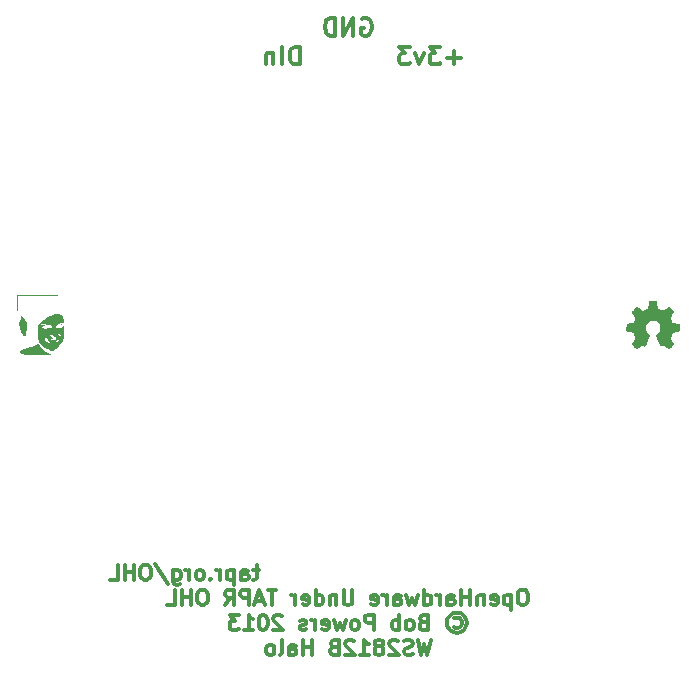
<source format=gbo>
G04 (created by PCBNEW (2013-mar-13)-testing) date Fri 11 Oct 2013 20:58:09 EST*
%MOIN*%
G04 Gerber Fmt 3.4, Leading zero omitted, Abs format*
%FSLAX34Y34*%
G01*
G70*
G90*
G04 APERTURE LIST*
%ADD10C,0.005906*%
%ADD11C,0.011811*%
%ADD12C,0.000100*%
G04 APERTURE END LIST*
G54D10*
G54D11*
X449Y10212D02*
X506Y10240D01*
X590Y10240D01*
X674Y10212D01*
X731Y10156D01*
X759Y10100D01*
X787Y9987D01*
X787Y9903D01*
X759Y9790D01*
X731Y9734D01*
X674Y9678D01*
X590Y9650D01*
X534Y9650D01*
X449Y9678D01*
X421Y9706D01*
X421Y9903D01*
X534Y9903D01*
X168Y9650D02*
X168Y10240D01*
X-168Y9650D01*
X-168Y10240D01*
X-449Y9650D02*
X-449Y10240D01*
X-590Y10240D01*
X-674Y10212D01*
X-731Y10156D01*
X-759Y10100D01*
X-787Y9987D01*
X-787Y9903D01*
X-759Y9790D01*
X-731Y9734D01*
X-674Y9678D01*
X-590Y9650D01*
X-449Y9650D01*
X3748Y8914D02*
X3298Y8914D01*
X3523Y8689D02*
X3523Y9139D01*
X3073Y9280D02*
X2708Y9280D01*
X2904Y9055D01*
X2820Y9055D01*
X2764Y9026D01*
X2736Y8998D01*
X2708Y8942D01*
X2708Y8802D01*
X2736Y8745D01*
X2764Y8717D01*
X2820Y8689D01*
X2989Y8689D01*
X3045Y8717D01*
X3073Y8745D01*
X2511Y9083D02*
X2370Y8689D01*
X2230Y9083D01*
X2061Y9280D02*
X1695Y9280D01*
X1892Y9055D01*
X1808Y9055D01*
X1751Y9026D01*
X1723Y8998D01*
X1695Y8942D01*
X1695Y8802D01*
X1723Y8745D01*
X1751Y8717D01*
X1808Y8689D01*
X1976Y8689D01*
X2033Y8717D01*
X2061Y8745D01*
X-1622Y8689D02*
X-1622Y9280D01*
X-1763Y9280D01*
X-1847Y9251D01*
X-1903Y9195D01*
X-1931Y9139D01*
X-1960Y9026D01*
X-1960Y8942D01*
X-1931Y8830D01*
X-1903Y8773D01*
X-1847Y8717D01*
X-1763Y8689D01*
X-1622Y8689D01*
X-2213Y8689D02*
X-2213Y9280D01*
X-2494Y9083D02*
X-2494Y8689D01*
X-2494Y9026D02*
X-2522Y9055D01*
X-2578Y9083D01*
X-2663Y9083D01*
X-2719Y9055D01*
X-2747Y8998D01*
X-2747Y8689D01*
X-2985Y-8158D02*
X-3180Y-8158D01*
X-3058Y-7987D02*
X-3058Y-8426D01*
X-3083Y-8474D01*
X-3131Y-8499D01*
X-3180Y-8499D01*
X-3570Y-8499D02*
X-3570Y-8231D01*
X-3546Y-8182D01*
X-3497Y-8158D01*
X-3399Y-8158D01*
X-3351Y-8182D01*
X-3570Y-8474D02*
X-3521Y-8499D01*
X-3399Y-8499D01*
X-3351Y-8474D01*
X-3326Y-8426D01*
X-3326Y-8377D01*
X-3351Y-8328D01*
X-3399Y-8304D01*
X-3521Y-8304D01*
X-3570Y-8279D01*
X-3814Y-8158D02*
X-3814Y-8669D01*
X-3814Y-8182D02*
X-3862Y-8158D01*
X-3960Y-8158D01*
X-4009Y-8182D01*
X-4033Y-8206D01*
X-4057Y-8255D01*
X-4057Y-8401D01*
X-4033Y-8450D01*
X-4009Y-8474D01*
X-3960Y-8499D01*
X-3862Y-8499D01*
X-3814Y-8474D01*
X-4277Y-8499D02*
X-4277Y-8158D01*
X-4277Y-8255D02*
X-4301Y-8206D01*
X-4326Y-8182D01*
X-4374Y-8158D01*
X-4423Y-8158D01*
X-4594Y-8450D02*
X-4618Y-8474D01*
X-4594Y-8499D01*
X-4569Y-8474D01*
X-4594Y-8450D01*
X-4594Y-8499D01*
X-4910Y-8499D02*
X-4862Y-8474D01*
X-4837Y-8450D01*
X-4813Y-8401D01*
X-4813Y-8255D01*
X-4837Y-8206D01*
X-4862Y-8182D01*
X-4910Y-8158D01*
X-4984Y-8158D01*
X-5032Y-8182D01*
X-5057Y-8206D01*
X-5081Y-8255D01*
X-5081Y-8401D01*
X-5057Y-8450D01*
X-5032Y-8474D01*
X-4984Y-8499D01*
X-4910Y-8499D01*
X-5300Y-8499D02*
X-5300Y-8158D01*
X-5300Y-8255D02*
X-5325Y-8206D01*
X-5349Y-8182D01*
X-5398Y-8158D01*
X-5447Y-8158D01*
X-5837Y-8158D02*
X-5837Y-8572D01*
X-5812Y-8621D01*
X-5788Y-8645D01*
X-5739Y-8669D01*
X-5666Y-8669D01*
X-5617Y-8645D01*
X-5837Y-8474D02*
X-5788Y-8499D01*
X-5690Y-8499D01*
X-5642Y-8474D01*
X-5617Y-8450D01*
X-5593Y-8401D01*
X-5593Y-8255D01*
X-5617Y-8206D01*
X-5642Y-8182D01*
X-5690Y-8158D01*
X-5788Y-8158D01*
X-5837Y-8182D01*
X-6446Y-7963D02*
X-6007Y-8621D01*
X-6714Y-7987D02*
X-6811Y-7987D01*
X-6860Y-8011D01*
X-6909Y-8060D01*
X-6933Y-8158D01*
X-6933Y-8328D01*
X-6909Y-8426D01*
X-6860Y-8474D01*
X-6811Y-8499D01*
X-6714Y-8499D01*
X-6665Y-8474D01*
X-6616Y-8426D01*
X-6592Y-8328D01*
X-6592Y-8158D01*
X-6616Y-8060D01*
X-6665Y-8011D01*
X-6714Y-7987D01*
X-7153Y-8499D02*
X-7153Y-7987D01*
X-7153Y-8231D02*
X-7445Y-8231D01*
X-7445Y-8499D02*
X-7445Y-7987D01*
X-7933Y-8499D02*
X-7689Y-8499D01*
X-7689Y-7987D01*
X5861Y-8822D02*
X5763Y-8822D01*
X5715Y-8846D01*
X5666Y-8895D01*
X5642Y-8992D01*
X5642Y-9163D01*
X5666Y-9260D01*
X5715Y-9309D01*
X5763Y-9333D01*
X5861Y-9333D01*
X5910Y-9309D01*
X5958Y-9260D01*
X5983Y-9163D01*
X5983Y-8992D01*
X5958Y-8895D01*
X5910Y-8846D01*
X5861Y-8822D01*
X5422Y-8992D02*
X5422Y-9504D01*
X5422Y-9017D02*
X5374Y-8992D01*
X5276Y-8992D01*
X5227Y-9017D01*
X5203Y-9041D01*
X5179Y-9090D01*
X5179Y-9236D01*
X5203Y-9285D01*
X5227Y-9309D01*
X5276Y-9333D01*
X5374Y-9333D01*
X5422Y-9309D01*
X4764Y-9309D02*
X4813Y-9333D01*
X4910Y-9333D01*
X4959Y-9309D01*
X4984Y-9260D01*
X4984Y-9065D01*
X4959Y-9017D01*
X4910Y-8992D01*
X4813Y-8992D01*
X4764Y-9017D01*
X4740Y-9065D01*
X4740Y-9114D01*
X4984Y-9163D01*
X4520Y-8992D02*
X4520Y-9333D01*
X4520Y-9041D02*
X4496Y-9017D01*
X4447Y-8992D01*
X4374Y-8992D01*
X4326Y-9017D01*
X4301Y-9065D01*
X4301Y-9333D01*
X4057Y-9333D02*
X4057Y-8822D01*
X4057Y-9065D02*
X3765Y-9065D01*
X3765Y-9333D02*
X3765Y-8822D01*
X3302Y-9333D02*
X3302Y-9065D01*
X3326Y-9017D01*
X3375Y-8992D01*
X3473Y-8992D01*
X3521Y-9017D01*
X3302Y-9309D02*
X3351Y-9333D01*
X3473Y-9333D01*
X3521Y-9309D01*
X3546Y-9260D01*
X3546Y-9212D01*
X3521Y-9163D01*
X3473Y-9138D01*
X3351Y-9138D01*
X3302Y-9114D01*
X3058Y-9333D02*
X3058Y-8992D01*
X3058Y-9090D02*
X3034Y-9041D01*
X3009Y-9017D01*
X2961Y-8992D01*
X2912Y-8992D01*
X2522Y-9333D02*
X2522Y-8822D01*
X2522Y-9309D02*
X2571Y-9333D01*
X2668Y-9333D01*
X2717Y-9309D01*
X2741Y-9285D01*
X2766Y-9236D01*
X2766Y-9090D01*
X2741Y-9041D01*
X2717Y-9017D01*
X2668Y-8992D01*
X2571Y-8992D01*
X2522Y-9017D01*
X2327Y-8992D02*
X2230Y-9333D01*
X2132Y-9090D01*
X2035Y-9333D01*
X1937Y-8992D01*
X1523Y-9333D02*
X1523Y-9065D01*
X1547Y-9017D01*
X1596Y-8992D01*
X1693Y-8992D01*
X1742Y-9017D01*
X1523Y-9309D02*
X1571Y-9333D01*
X1693Y-9333D01*
X1742Y-9309D01*
X1766Y-9260D01*
X1766Y-9212D01*
X1742Y-9163D01*
X1693Y-9138D01*
X1571Y-9138D01*
X1523Y-9114D01*
X1279Y-9333D02*
X1279Y-8992D01*
X1279Y-9090D02*
X1255Y-9041D01*
X1230Y-9017D01*
X1182Y-8992D01*
X1133Y-8992D01*
X767Y-9309D02*
X816Y-9333D01*
X913Y-9333D01*
X962Y-9309D01*
X987Y-9260D01*
X987Y-9065D01*
X962Y-9017D01*
X913Y-8992D01*
X816Y-8992D01*
X767Y-9017D01*
X743Y-9065D01*
X743Y-9114D01*
X987Y-9163D01*
X134Y-8822D02*
X134Y-9236D01*
X109Y-9285D01*
X85Y-9309D01*
X36Y-9333D01*
X-60Y-9333D01*
X-109Y-9309D01*
X-134Y-9285D01*
X-158Y-9236D01*
X-158Y-8822D01*
X-402Y-8992D02*
X-402Y-9333D01*
X-402Y-9041D02*
X-426Y-9017D01*
X-475Y-8992D01*
X-548Y-8992D01*
X-597Y-9017D01*
X-621Y-9065D01*
X-621Y-9333D01*
X-1084Y-9333D02*
X-1084Y-8822D01*
X-1084Y-9309D02*
X-1035Y-9333D01*
X-938Y-9333D01*
X-889Y-9309D01*
X-865Y-9285D01*
X-840Y-9236D01*
X-840Y-9090D01*
X-865Y-9041D01*
X-889Y-9017D01*
X-938Y-8992D01*
X-1035Y-8992D01*
X-1084Y-9017D01*
X-1523Y-9309D02*
X-1474Y-9333D01*
X-1377Y-9333D01*
X-1328Y-9309D01*
X-1303Y-9260D01*
X-1303Y-9065D01*
X-1328Y-9017D01*
X-1377Y-8992D01*
X-1474Y-8992D01*
X-1523Y-9017D01*
X-1547Y-9065D01*
X-1547Y-9114D01*
X-1303Y-9163D01*
X-1766Y-9333D02*
X-1766Y-8992D01*
X-1766Y-9090D02*
X-1791Y-9041D01*
X-1815Y-9017D01*
X-1864Y-8992D01*
X-1913Y-8992D01*
X-2400Y-8822D02*
X-2693Y-8822D01*
X-2546Y-9333D02*
X-2546Y-8822D01*
X-2839Y-9187D02*
X-3083Y-9187D01*
X-2790Y-9333D02*
X-2961Y-8822D01*
X-3131Y-9333D01*
X-3302Y-9333D02*
X-3302Y-8822D01*
X-3497Y-8822D01*
X-3546Y-8846D01*
X-3570Y-8870D01*
X-3594Y-8919D01*
X-3594Y-8992D01*
X-3570Y-9041D01*
X-3546Y-9065D01*
X-3497Y-9090D01*
X-3302Y-9090D01*
X-4106Y-9333D02*
X-3936Y-9090D01*
X-3814Y-9333D02*
X-3814Y-8822D01*
X-4009Y-8822D01*
X-4057Y-8846D01*
X-4082Y-8870D01*
X-4106Y-8919D01*
X-4106Y-8992D01*
X-4082Y-9041D01*
X-4057Y-9065D01*
X-4009Y-9090D01*
X-3814Y-9090D01*
X-4813Y-8822D02*
X-4910Y-8822D01*
X-4959Y-8846D01*
X-5008Y-8895D01*
X-5032Y-8992D01*
X-5032Y-9163D01*
X-5008Y-9260D01*
X-4959Y-9309D01*
X-4910Y-9333D01*
X-4813Y-9333D01*
X-4764Y-9309D01*
X-4715Y-9260D01*
X-4691Y-9163D01*
X-4691Y-8992D01*
X-4715Y-8895D01*
X-4764Y-8846D01*
X-4813Y-8822D01*
X-5252Y-9333D02*
X-5252Y-8822D01*
X-5252Y-9065D02*
X-5544Y-9065D01*
X-5544Y-9333D02*
X-5544Y-8822D01*
X-6032Y-9333D02*
X-5788Y-9333D01*
X-5788Y-8822D01*
X3521Y-9778D02*
X3570Y-9754D01*
X3667Y-9754D01*
X3716Y-9778D01*
X3765Y-9827D01*
X3789Y-9876D01*
X3789Y-9973D01*
X3765Y-10022D01*
X3716Y-10071D01*
X3667Y-10095D01*
X3570Y-10095D01*
X3521Y-10071D01*
X3619Y-9583D02*
X3741Y-9607D01*
X3862Y-9681D01*
X3936Y-9802D01*
X3960Y-9924D01*
X3936Y-10046D01*
X3862Y-10168D01*
X3741Y-10241D01*
X3619Y-10266D01*
X3497Y-10241D01*
X3375Y-10168D01*
X3302Y-10046D01*
X3278Y-9924D01*
X3302Y-9802D01*
X3375Y-9681D01*
X3497Y-9607D01*
X3619Y-9583D01*
X2498Y-9900D02*
X2425Y-9924D01*
X2400Y-9949D01*
X2376Y-9997D01*
X2376Y-10071D01*
X2400Y-10119D01*
X2425Y-10144D01*
X2473Y-10168D01*
X2668Y-10168D01*
X2668Y-9656D01*
X2498Y-9656D01*
X2449Y-9681D01*
X2425Y-9705D01*
X2400Y-9754D01*
X2400Y-9802D01*
X2425Y-9851D01*
X2449Y-9876D01*
X2498Y-9900D01*
X2668Y-9900D01*
X2083Y-10168D02*
X2132Y-10144D01*
X2156Y-10119D01*
X2181Y-10071D01*
X2181Y-9924D01*
X2156Y-9876D01*
X2132Y-9851D01*
X2083Y-9827D01*
X2010Y-9827D01*
X1961Y-9851D01*
X1937Y-9876D01*
X1913Y-9924D01*
X1913Y-10071D01*
X1937Y-10119D01*
X1961Y-10144D01*
X2010Y-10168D01*
X2083Y-10168D01*
X1693Y-10168D02*
X1693Y-9656D01*
X1693Y-9851D02*
X1645Y-9827D01*
X1547Y-9827D01*
X1498Y-9851D01*
X1474Y-9876D01*
X1450Y-9924D01*
X1450Y-10071D01*
X1474Y-10119D01*
X1498Y-10144D01*
X1547Y-10168D01*
X1645Y-10168D01*
X1693Y-10144D01*
X840Y-10168D02*
X840Y-9656D01*
X645Y-9656D01*
X597Y-9681D01*
X572Y-9705D01*
X548Y-9754D01*
X548Y-9827D01*
X572Y-9876D01*
X597Y-9900D01*
X645Y-9924D01*
X840Y-9924D01*
X255Y-10168D02*
X304Y-10144D01*
X329Y-10119D01*
X353Y-10071D01*
X353Y-9924D01*
X329Y-9876D01*
X304Y-9851D01*
X255Y-9827D01*
X182Y-9827D01*
X134Y-9851D01*
X109Y-9876D01*
X85Y-9924D01*
X85Y-10071D01*
X109Y-10119D01*
X134Y-10144D01*
X182Y-10168D01*
X255Y-10168D01*
X-85Y-9827D02*
X-182Y-10168D01*
X-280Y-9924D01*
X-377Y-10168D01*
X-475Y-9827D01*
X-865Y-10144D02*
X-816Y-10168D01*
X-718Y-10168D01*
X-670Y-10144D01*
X-645Y-10095D01*
X-645Y-9900D01*
X-670Y-9851D01*
X-718Y-9827D01*
X-816Y-9827D01*
X-865Y-9851D01*
X-889Y-9900D01*
X-889Y-9949D01*
X-645Y-9997D01*
X-1108Y-10168D02*
X-1108Y-9827D01*
X-1108Y-9924D02*
X-1133Y-9876D01*
X-1157Y-9851D01*
X-1206Y-9827D01*
X-1255Y-9827D01*
X-1401Y-10144D02*
X-1450Y-10168D01*
X-1547Y-10168D01*
X-1596Y-10144D01*
X-1620Y-10095D01*
X-1620Y-10071D01*
X-1596Y-10022D01*
X-1547Y-9997D01*
X-1474Y-9997D01*
X-1425Y-9973D01*
X-1401Y-9924D01*
X-1401Y-9900D01*
X-1425Y-9851D01*
X-1474Y-9827D01*
X-1547Y-9827D01*
X-1596Y-9851D01*
X-2205Y-9705D02*
X-2230Y-9681D01*
X-2278Y-9656D01*
X-2400Y-9656D01*
X-2449Y-9681D01*
X-2473Y-9705D01*
X-2498Y-9754D01*
X-2498Y-9802D01*
X-2473Y-9876D01*
X-2181Y-10168D01*
X-2498Y-10168D01*
X-2814Y-9656D02*
X-2863Y-9656D01*
X-2912Y-9681D01*
X-2936Y-9705D01*
X-2961Y-9754D01*
X-2985Y-9851D01*
X-2985Y-9973D01*
X-2961Y-10071D01*
X-2936Y-10119D01*
X-2912Y-10144D01*
X-2863Y-10168D01*
X-2814Y-10168D01*
X-2766Y-10144D01*
X-2741Y-10119D01*
X-2717Y-10071D01*
X-2693Y-9973D01*
X-2693Y-9851D01*
X-2717Y-9754D01*
X-2741Y-9705D01*
X-2766Y-9681D01*
X-2814Y-9656D01*
X-3473Y-10168D02*
X-3180Y-10168D01*
X-3326Y-10168D02*
X-3326Y-9656D01*
X-3278Y-9729D01*
X-3229Y-9778D01*
X-3180Y-9802D01*
X-3643Y-9656D02*
X-3960Y-9656D01*
X-3789Y-9851D01*
X-3862Y-9851D01*
X-3911Y-9876D01*
X-3936Y-9900D01*
X-3960Y-9949D01*
X-3960Y-10071D01*
X-3936Y-10119D01*
X-3911Y-10144D01*
X-3862Y-10168D01*
X-3716Y-10168D01*
X-3667Y-10144D01*
X-3643Y-10119D01*
X2754Y-10491D02*
X2632Y-11003D01*
X2534Y-10637D01*
X2437Y-11003D01*
X2315Y-10491D01*
X2144Y-10978D02*
X2071Y-11003D01*
X1949Y-11003D01*
X1901Y-10978D01*
X1876Y-10954D01*
X1852Y-10905D01*
X1852Y-10856D01*
X1876Y-10808D01*
X1901Y-10783D01*
X1949Y-10759D01*
X2047Y-10735D01*
X2095Y-10710D01*
X2120Y-10686D01*
X2144Y-10637D01*
X2144Y-10588D01*
X2120Y-10540D01*
X2095Y-10515D01*
X2047Y-10491D01*
X1925Y-10491D01*
X1852Y-10515D01*
X1657Y-10540D02*
X1632Y-10515D01*
X1584Y-10491D01*
X1462Y-10491D01*
X1413Y-10515D01*
X1389Y-10540D01*
X1364Y-10588D01*
X1364Y-10637D01*
X1389Y-10710D01*
X1681Y-11003D01*
X1364Y-11003D01*
X1072Y-10710D02*
X1121Y-10686D01*
X1145Y-10661D01*
X1169Y-10613D01*
X1169Y-10588D01*
X1145Y-10540D01*
X1121Y-10515D01*
X1072Y-10491D01*
X974Y-10491D01*
X926Y-10515D01*
X901Y-10540D01*
X877Y-10588D01*
X877Y-10613D01*
X901Y-10661D01*
X926Y-10686D01*
X974Y-10710D01*
X1072Y-10710D01*
X1121Y-10735D01*
X1145Y-10759D01*
X1169Y-10808D01*
X1169Y-10905D01*
X1145Y-10954D01*
X1121Y-10978D01*
X1072Y-11003D01*
X974Y-11003D01*
X926Y-10978D01*
X901Y-10954D01*
X877Y-10905D01*
X877Y-10808D01*
X901Y-10759D01*
X926Y-10735D01*
X974Y-10710D01*
X389Y-11003D02*
X682Y-11003D01*
X536Y-11003D02*
X536Y-10491D01*
X584Y-10564D01*
X633Y-10613D01*
X682Y-10637D01*
X194Y-10540D02*
X170Y-10515D01*
X121Y-10491D01*
X0Y-10491D01*
X-48Y-10515D01*
X-73Y-10540D01*
X-97Y-10588D01*
X-97Y-10637D01*
X-73Y-10710D01*
X219Y-11003D01*
X-97Y-11003D01*
X-487Y-10735D02*
X-560Y-10759D01*
X-584Y-10783D01*
X-609Y-10832D01*
X-609Y-10905D01*
X-584Y-10954D01*
X-560Y-10978D01*
X-511Y-11003D01*
X-316Y-11003D01*
X-316Y-10491D01*
X-487Y-10491D01*
X-536Y-10515D01*
X-560Y-10540D01*
X-584Y-10588D01*
X-584Y-10637D01*
X-560Y-10686D01*
X-536Y-10710D01*
X-487Y-10735D01*
X-316Y-10735D01*
X-1218Y-11003D02*
X-1218Y-10491D01*
X-1218Y-10735D02*
X-1511Y-10735D01*
X-1511Y-11003D02*
X-1511Y-10491D01*
X-1974Y-11003D02*
X-1974Y-10735D01*
X-1949Y-10686D01*
X-1901Y-10661D01*
X-1803Y-10661D01*
X-1754Y-10686D01*
X-1974Y-10978D02*
X-1925Y-11003D01*
X-1803Y-11003D01*
X-1754Y-10978D01*
X-1730Y-10930D01*
X-1730Y-10881D01*
X-1754Y-10832D01*
X-1803Y-10808D01*
X-1925Y-10808D01*
X-1974Y-10783D01*
X-2290Y-11003D02*
X-2242Y-10978D01*
X-2217Y-10930D01*
X-2217Y-10491D01*
X-2559Y-11003D02*
X-2510Y-10978D01*
X-2485Y-10954D01*
X-2461Y-10905D01*
X-2461Y-10759D01*
X-2485Y-10710D01*
X-2510Y-10686D01*
X-2559Y-10661D01*
X-2632Y-10661D01*
X-2680Y-10686D01*
X-2705Y-10710D01*
X-2729Y-10759D01*
X-2729Y-10905D01*
X-2705Y-10954D01*
X-2680Y-10978D01*
X-2632Y-11003D01*
X-2559Y-11003D01*
G54D12*
G36*
X9620Y-795D02*
X9630Y-791D01*
X9650Y-777D01*
X9680Y-758D01*
X9715Y-735D01*
X9750Y-711D01*
X9779Y-692D01*
X9799Y-679D01*
X9807Y-674D01*
X9812Y-676D01*
X9829Y-684D01*
X9853Y-696D01*
X9867Y-704D01*
X9889Y-713D01*
X9900Y-715D01*
X9902Y-712D01*
X9910Y-695D01*
X9923Y-666D01*
X9940Y-628D01*
X9959Y-583D01*
X9979Y-534D01*
X10000Y-485D01*
X10019Y-438D01*
X10037Y-395D01*
X10051Y-361D01*
X10060Y-337D01*
X10063Y-326D01*
X10062Y-324D01*
X10051Y-313D01*
X10032Y-299D01*
X9990Y-265D01*
X9948Y-213D01*
X9923Y-155D01*
X9915Y-89D01*
X9922Y-29D01*
X9946Y29D01*
X9986Y81D01*
X10035Y120D01*
X10093Y144D01*
X10157Y152D01*
X10218Y145D01*
X10278Y122D01*
X10330Y82D01*
X10352Y57D01*
X10382Y4D01*
X10400Y-52D01*
X10402Y-67D01*
X10399Y-129D01*
X10381Y-189D01*
X10348Y-242D01*
X10302Y-286D01*
X10297Y-290D01*
X10275Y-306D01*
X10261Y-317D01*
X10250Y-326D01*
X10329Y-516D01*
X10342Y-547D01*
X10364Y-599D01*
X10383Y-644D01*
X10398Y-679D01*
X10409Y-703D01*
X10413Y-713D01*
X10414Y-713D01*
X10421Y-715D01*
X10435Y-709D01*
X10462Y-696D01*
X10480Y-687D01*
X10500Y-678D01*
X10509Y-674D01*
X10517Y-678D01*
X10536Y-691D01*
X10564Y-710D01*
X10599Y-733D01*
X10631Y-755D01*
X10661Y-775D01*
X10683Y-789D01*
X10693Y-794D01*
X10695Y-794D01*
X10704Y-789D01*
X10721Y-775D01*
X10747Y-750D01*
X10784Y-714D01*
X10790Y-708D01*
X10820Y-678D01*
X10844Y-652D01*
X10861Y-634D01*
X10867Y-625D01*
X10867Y-625D01*
X10861Y-615D01*
X10848Y-593D01*
X10828Y-563D01*
X10804Y-527D01*
X10741Y-436D01*
X10775Y-349D01*
X10786Y-323D01*
X10799Y-290D01*
X10810Y-267D01*
X10815Y-257D01*
X10824Y-254D01*
X10848Y-248D01*
X10882Y-241D01*
X10923Y-234D01*
X10962Y-226D01*
X10997Y-220D01*
X11023Y-215D01*
X11034Y-213D01*
X11037Y-211D01*
X11039Y-205D01*
X11041Y-193D01*
X11042Y-172D01*
X11042Y-138D01*
X11042Y-89D01*
X11042Y-84D01*
X11042Y-37D01*
X11041Y0D01*
X11040Y23D01*
X11038Y33D01*
X11038Y33D01*
X11027Y36D01*
X11002Y41D01*
X10967Y48D01*
X10925Y56D01*
X10922Y56D01*
X10880Y65D01*
X10845Y72D01*
X10821Y77D01*
X10810Y81D01*
X10808Y84D01*
X10800Y100D01*
X10788Y126D01*
X10774Y158D01*
X10760Y191D01*
X10748Y220D01*
X10740Y242D01*
X10738Y252D01*
X10738Y253D01*
X10744Y263D01*
X10759Y284D01*
X10779Y314D01*
X10803Y350D01*
X10805Y353D01*
X10829Y388D01*
X10849Y418D01*
X10862Y440D01*
X10867Y449D01*
X10867Y450D01*
X10859Y460D01*
X10841Y480D01*
X10815Y507D01*
X10784Y539D01*
X10774Y548D01*
X10740Y582D01*
X10716Y604D01*
X10701Y616D01*
X10694Y618D01*
X10693Y618D01*
X10683Y612D01*
X10660Y597D01*
X10630Y577D01*
X10594Y552D01*
X10592Y550D01*
X10556Y526D01*
X10527Y506D01*
X10506Y493D01*
X10497Y487D01*
X10495Y487D01*
X10481Y491D01*
X10455Y500D01*
X10424Y512D01*
X10392Y525D01*
X10362Y538D01*
X10340Y548D01*
X10329Y554D01*
X10329Y554D01*
X10325Y567D01*
X10319Y594D01*
X10311Y630D01*
X10303Y673D01*
X10302Y680D01*
X10294Y723D01*
X10287Y758D01*
X10282Y782D01*
X10280Y792D01*
X10274Y793D01*
X10253Y794D01*
X10222Y795D01*
X10183Y796D01*
X10144Y795D01*
X10105Y795D01*
X10071Y793D01*
X10047Y792D01*
X10037Y790D01*
X10037Y789D01*
X10033Y776D01*
X10028Y750D01*
X10020Y713D01*
X10012Y669D01*
X10010Y662D01*
X10002Y620D01*
X9995Y585D01*
X9990Y561D01*
X9988Y552D01*
X9984Y550D01*
X9966Y542D01*
X9938Y531D01*
X9903Y517D01*
X9822Y484D01*
X9723Y552D01*
X9714Y558D01*
X9678Y582D01*
X9648Y602D01*
X9628Y615D01*
X9620Y620D01*
X9619Y620D01*
X9609Y611D01*
X9589Y593D01*
X9562Y566D01*
X9531Y535D01*
X9508Y512D01*
X9480Y484D01*
X9463Y465D01*
X9454Y453D01*
X9450Y446D01*
X9451Y441D01*
X9457Y431D01*
X9472Y409D01*
X9493Y379D01*
X9517Y344D01*
X9537Y314D01*
X9558Y281D01*
X9572Y257D01*
X9577Y246D01*
X9576Y241D01*
X9569Y221D01*
X9557Y192D01*
X9542Y157D01*
X9508Y78D01*
X9456Y68D01*
X9425Y62D01*
X9381Y54D01*
X9339Y46D01*
X9274Y33D01*
X9272Y-206D01*
X9282Y-211D01*
X9291Y-213D01*
X9316Y-219D01*
X9350Y-226D01*
X9391Y-233D01*
X9426Y-240D01*
X9461Y-246D01*
X9486Y-251D01*
X9497Y-254D01*
X9500Y-257D01*
X9508Y-274D01*
X9521Y-301D01*
X9535Y-334D01*
X9549Y-367D01*
X9561Y-398D01*
X9570Y-422D01*
X9573Y-434D01*
X9568Y-443D01*
X9555Y-464D01*
X9536Y-493D01*
X9512Y-528D01*
X9488Y-563D01*
X9468Y-593D01*
X9454Y-614D01*
X9448Y-624D01*
X9451Y-630D01*
X9465Y-647D01*
X9491Y-674D01*
X9530Y-713D01*
X9537Y-719D01*
X9568Y-749D01*
X9594Y-773D01*
X9612Y-789D01*
X9620Y-795D01*
X9620Y-795D01*
G37*
G36*
X-9207Y985D02*
X-10115Y976D01*
X-11023Y966D01*
X-11033Y-25D01*
X-11042Y-1016D01*
X-11050Y-8D01*
X-11057Y1000D01*
X-10132Y993D01*
X-9207Y985D01*
X-9207Y985D01*
X-9207Y985D01*
G37*
G36*
X-9924Y-966D02*
X-9956Y-980D01*
X-10049Y-991D01*
X-10195Y-997D01*
X-10386Y-1000D01*
X-10572Y-999D01*
X-10703Y-995D01*
X-10791Y-988D01*
X-10848Y-975D01*
X-10885Y-954D01*
X-10907Y-933D01*
X-10940Y-892D01*
X-10937Y-864D01*
X-10890Y-833D01*
X-10816Y-800D01*
X-10702Y-757D01*
X-10591Y-727D01*
X-10557Y-721D01*
X-10473Y-698D01*
X-10420Y-657D01*
X-10419Y-656D01*
X-10373Y-622D01*
X-10320Y-630D01*
X-10291Y-673D01*
X-10291Y-678D01*
X-10265Y-719D01*
X-10202Y-776D01*
X-10174Y-795D01*
X-10102Y-851D01*
X-10061Y-894D01*
X-10057Y-904D01*
X-10030Y-927D01*
X-9991Y-933D01*
X-9937Y-947D01*
X-9924Y-966D01*
X-9924Y-966D01*
X-9924Y-966D01*
G37*
G36*
X-9465Y-167D02*
X-9475Y-323D01*
X-9492Y-422D01*
X-9492Y19D01*
X-9492Y76D01*
X-9516Y100D01*
X-9567Y83D01*
X-9639Y40D01*
X-9709Y-11D01*
X-9753Y-54D01*
X-9757Y-66D01*
X-9729Y-90D01*
X-9661Y-99D01*
X-9580Y-90D01*
X-9544Y-79D01*
X-9510Y-43D01*
X-9492Y19D01*
X-9492Y-422D01*
X-9498Y-457D01*
X-9526Y-535D01*
X-9562Y-592D01*
X-9562Y-378D01*
X-9580Y-331D01*
X-9632Y-296D01*
X-9683Y-271D01*
X-9685Y-281D01*
X-9644Y-328D01*
X-9610Y-378D01*
X-9617Y-399D01*
X-9618Y-400D01*
X-9658Y-426D01*
X-9703Y-492D01*
X-9707Y-499D01*
X-9735Y-557D01*
X-9735Y-450D01*
X-9756Y-405D01*
X-9775Y-400D01*
X-9819Y-373D01*
X-9844Y-334D01*
X-9880Y-289D01*
X-9882Y-289D01*
X-9882Y-64D01*
X-9889Y-37D01*
X-9932Y-9D01*
X-10011Y13D01*
X-10105Y27D01*
X-10190Y31D01*
X-10247Y22D01*
X-10257Y9D01*
X-10229Y-10D01*
X-10166Y-11D01*
X-10074Y2D01*
X-10157Y-36D01*
X-10214Y-64D01*
X-10212Y-83D01*
X-10174Y-101D01*
X-10100Y-127D01*
X-10064Y-121D01*
X-10046Y-91D01*
X-10022Y-68D01*
X-10002Y-87D01*
X-9957Y-111D01*
X-9908Y-99D01*
X-9882Y-64D01*
X-9882Y-289D01*
X-9924Y-301D01*
X-9951Y-330D01*
X-9930Y-365D01*
X-9892Y-397D01*
X-9810Y-460D01*
X-9909Y-475D01*
X-9959Y-484D01*
X-9951Y-490D01*
X-9880Y-494D01*
X-9871Y-495D01*
X-9779Y-491D01*
X-9739Y-468D01*
X-9735Y-450D01*
X-9735Y-557D01*
X-9738Y-564D01*
X-9736Y-585D01*
X-9708Y-578D01*
X-9663Y-539D01*
X-9657Y-517D01*
X-9634Y-461D01*
X-9607Y-433D01*
X-9562Y-378D01*
X-9562Y-592D01*
X-9631Y-704D01*
X-9743Y-812D01*
X-9860Y-856D01*
X-9905Y-849D01*
X-9905Y-587D01*
X-9944Y-561D01*
X-9949Y-559D01*
X-10007Y-515D01*
X-10024Y-478D01*
X-10051Y-438D01*
X-10074Y-433D01*
X-10119Y-444D01*
X-10124Y-454D01*
X-10098Y-497D01*
X-10038Y-547D01*
X-9969Y-587D01*
X-9927Y-597D01*
X-9905Y-587D01*
X-9905Y-849D01*
X-9924Y-847D01*
X-9924Y-650D01*
X-9941Y-633D01*
X-9957Y-650D01*
X-9941Y-666D01*
X-9924Y-650D01*
X-9924Y-847D01*
X-9957Y-843D01*
X-10125Y-768D01*
X-10239Y-679D01*
X-10308Y-563D01*
X-10338Y-407D01*
X-10340Y-233D01*
X-10330Y17D01*
X-10160Y170D01*
X-10046Y263D01*
X-9943Y319D01*
X-9824Y353D01*
X-9801Y357D01*
X-9689Y374D01*
X-9620Y373D01*
X-9572Y352D01*
X-9545Y329D01*
X-9507Y259D01*
X-9482Y142D01*
X-9467Y-6D01*
X-9465Y-167D01*
X-9465Y-167D01*
X-9465Y-167D01*
G37*
G36*
X-9430Y-581D02*
X-9436Y-608D01*
X-9447Y-610D01*
X-9451Y-557D01*
X-9451Y-550D01*
X-9446Y-498D01*
X-9436Y-503D01*
X-9434Y-508D01*
X-9430Y-581D01*
X-9430Y-581D01*
X-9430Y-581D01*
G37*
G36*
X-10699Y37D02*
X-10700Y-59D01*
X-10707Y-125D01*
X-10727Y-266D01*
X-10749Y-347D01*
X-10779Y-373D01*
X-10820Y-352D01*
X-10847Y-325D01*
X-10908Y-227D01*
X-10952Y-103D01*
X-10971Y22D01*
X-10960Y123D01*
X-10951Y143D01*
X-10923Y216D01*
X-10919Y259D01*
X-10912Y299D01*
X-10874Y295D01*
X-10819Y253D01*
X-10762Y185D01*
X-10718Y109D01*
X-10699Y37D01*
X-10699Y37D01*
X-10699Y37D01*
G37*
G36*
X-10491Y-183D02*
X-10507Y-200D01*
X-10524Y-183D01*
X-10507Y-166D01*
X-10491Y-183D01*
X-10491Y-183D01*
X-10491Y-183D01*
G37*
G36*
X-9891Y-350D02*
X-9907Y-366D01*
X-9924Y-350D01*
X-9907Y-333D01*
X-9891Y-350D01*
X-9891Y-350D01*
X-9891Y-350D01*
G37*
G36*
X-9535Y23D02*
X-9540Y3D01*
X-9557Y0D01*
X-9585Y13D01*
X-9580Y23D01*
X-9540Y27D01*
X-9535Y23D01*
X-9535Y23D01*
X-9535Y23D01*
G37*
M02*

</source>
